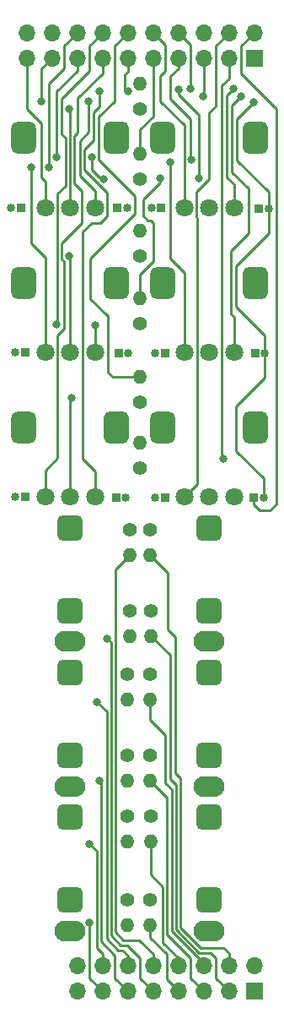
<source format=gtl>
%TF.GenerationSoftware,KiCad,Pcbnew,(6.0.1)*%
%TF.CreationDate,2022-11-01T09:03:49-04:00*%
%TF.ProjectId,ER-PROTO-02-CTLS,45522d50-524f-4544-9f2d-30322d43544c,1*%
%TF.SameCoordinates,Original*%
%TF.FileFunction,Copper,L1,Top*%
%TF.FilePolarity,Positive*%
%FSLAX46Y46*%
G04 Gerber Fmt 4.6, Leading zero omitted, Abs format (unit mm)*
G04 Created by KiCad (PCBNEW (6.0.1)) date 2022-11-01 09:03:49*
%MOMM*%
%LPD*%
G01*
G04 APERTURE LIST*
G04 Aperture macros list*
%AMRoundRect*
0 Rectangle with rounded corners*
0 $1 Rounding radius*
0 $2 $3 $4 $5 $6 $7 $8 $9 X,Y pos of 4 corners*
0 Add a 4 corners polygon primitive as box body*
4,1,4,$2,$3,$4,$5,$6,$7,$8,$9,$2,$3,0*
0 Add four circle primitives for the rounded corners*
1,1,$1+$1,$2,$3*
1,1,$1+$1,$4,$5*
1,1,$1+$1,$6,$7*
1,1,$1+$1,$8,$9*
0 Add four rect primitives between the rounded corners*
20,1,$1+$1,$2,$3,$4,$5,0*
20,1,$1+$1,$4,$5,$6,$7,0*
20,1,$1+$1,$6,$7,$8,$9,0*
20,1,$1+$1,$8,$9,$2,$3,0*%
G04 Aperture macros list end*
%TA.AperFunction,ComponentPad*%
%ADD10R,0.850000X0.850000*%
%TD*%
%TA.AperFunction,ComponentPad*%
%ADD11O,0.850000X0.850000*%
%TD*%
%TA.AperFunction,WasherPad*%
%ADD12RoundRect,0.625000X0.625000X-0.975000X0.625000X0.975000X-0.625000X0.975000X-0.625000X-0.975000X0*%
%TD*%
%TA.AperFunction,WasherPad*%
%ADD13RoundRect,0.578704X0.671296X-1.021296X0.671296X1.021296X-0.671296X1.021296X-0.671296X-1.021296X0*%
%TD*%
%TA.AperFunction,ComponentPad*%
%ADD14C,1.800000*%
%TD*%
%TA.AperFunction,ComponentPad*%
%ADD15C,1.400000*%
%TD*%
%TA.AperFunction,ComponentPad*%
%ADD16O,1.400000X1.400000*%
%TD*%
%TA.AperFunction,ComponentPad*%
%ADD17RoundRect,0.650000X-0.650000X-0.650000X0.650000X-0.650000X0.650000X0.650000X-0.650000X0.650000X0*%
%TD*%
%TA.AperFunction,ComponentPad*%
%ADD18O,3.100000X2.100000*%
%TD*%
%TA.AperFunction,ComponentPad*%
%ADD19R,1.700000X1.700000*%
%TD*%
%TA.AperFunction,ComponentPad*%
%ADD20O,1.700000X1.700000*%
%TD*%
%TA.AperFunction,ViaPad*%
%ADD21C,0.800000*%
%TD*%
%TA.AperFunction,Conductor*%
%ADD22C,0.250000*%
%TD*%
G04 APERTURE END LIST*
D10*
%TO.P,J20,1,Pin_1*%
%TO.N,/POT1-1*%
X110244001Y-29464000D03*
D11*
%TO.P,J20,2,Pin_2*%
%TO.N,VCC*%
X111244001Y-29464000D03*
%TD*%
D10*
%TO.P,J19,1,Pin_1*%
%TO.N,/POT3-1*%
X110371001Y-44069000D03*
D11*
%TO.P,J19,2,Pin_2*%
%TO.N,VCC*%
X111371001Y-44069000D03*
%TD*%
D10*
%TO.P,J18,1,Pin_1*%
%TO.N,/POT5-1*%
X110117001Y-58547000D03*
D11*
%TO.P,J18,2,Pin_2*%
%TO.N,VCC*%
X111117001Y-58547000D03*
%TD*%
D10*
%TO.P,J17,1,Pin_1*%
%TO.N,/POT2-1*%
X124468001Y-29591000D03*
D11*
%TO.P,J17,2,Pin_2*%
%TO.N,VCC*%
X125468001Y-29591000D03*
%TD*%
D10*
%TO.P,J16,1,Pin_1*%
%TO.N,/POT4-1*%
X124087001Y-44069000D03*
D11*
%TO.P,J16,2,Pin_2*%
%TO.N,VCC*%
X125087001Y-44069000D03*
%TD*%
D10*
%TO.P,J15,1,Pin_1*%
%TO.N,/POT6-1*%
X123960001Y-58547000D03*
D11*
%TO.P,J15,2,Pin_2*%
%TO.N,VCC*%
X124960001Y-58547000D03*
%TD*%
D12*
%TO.P,RV4,*%
%TO.N,*%
X114850000Y-37000000D03*
D13*
X124150000Y-37000000D03*
D14*
%TO.P,RV4,1,1*%
%TO.N,/POT4-1*%
X122000000Y-44000000D03*
%TO.P,RV4,2,2*%
%TO.N,Net-(R4-Pad1)*%
X119500000Y-44000000D03*
%TO.P,RV4,3,3*%
%TO.N,/POT4-3*%
X117000000Y-44000000D03*
%TD*%
D15*
%TO.P,R4,1*%
%TO.N,Net-(R4-Pad1)*%
X112522000Y-41098000D03*
D16*
%TO.P,R4,2*%
%TO.N,/POT4-2*%
X112522000Y-38558000D03*
%TD*%
D12*
%TO.P,RV2,*%
%TO.N,*%
X114850000Y-22500000D03*
D13*
X124150000Y-22500000D03*
D14*
%TO.P,RV2,1,1*%
%TO.N,/POT2-1*%
X122000000Y-29500000D03*
%TO.P,RV2,2,2*%
%TO.N,Net-(R2-Pad1)*%
X119500000Y-29500000D03*
%TO.P,RV2,3,3*%
%TO.N,/POT2-3*%
X117000000Y-29500000D03*
%TD*%
D10*
%TO.P,J13,1,Pin_1*%
%TO.N,/POT3-3*%
X101000001Y-43999988D03*
D11*
%TO.P,J13,2,Pin_2*%
%TO.N,GND*%
X100000001Y-43999988D03*
%TD*%
D13*
%TO.P,RV5,*%
%TO.N,*%
X110150000Y-51500000D03*
D12*
X100850000Y-51500000D03*
D14*
%TO.P,RV5,1,1*%
%TO.N,/POT5-1*%
X108000000Y-58500000D03*
%TO.P,RV5,2,2*%
%TO.N,Net-(R5-Pad1)*%
X105500000Y-58500000D03*
%TO.P,RV5,3,3*%
%TO.N,/POT5-3*%
X103000000Y-58500000D03*
%TD*%
D15*
%TO.P,R17,1*%
%TO.N,Net-(J6-PadT)*%
X113588000Y-90474000D03*
D16*
%TO.P,R17,2*%
%TO.N,/J6-T*%
X113588000Y-93014000D03*
%TD*%
D17*
%TO.P,J4,R*%
%TO.N,Net-(J4-PadR)*%
X119500000Y-84380000D03*
D18*
%TO.P,J4,S*%
%TO.N,GND*%
X119500000Y-87480000D03*
D17*
%TO.P,J4,T*%
%TO.N,Net-(J4-PadT)*%
X119500000Y-76080000D03*
%TD*%
%TO.P,J5,R*%
%TO.N,Net-(J5-PadR)*%
X105500000Y-98880000D03*
D18*
%TO.P,J5,S*%
%TO.N,GND*%
X105500000Y-101980000D03*
D17*
%TO.P,J5,T*%
%TO.N,Net-(J5-PadT)*%
X105500000Y-90580000D03*
%TD*%
D15*
%TO.P,R7,1*%
%TO.N,Net-(J5-PadT)*%
X111252000Y-90474000D03*
D16*
%TO.P,R7,2*%
%TO.N,/J5-T*%
X111252000Y-93014000D03*
%TD*%
D15*
%TO.P,R13,1*%
%TO.N,Net-(J2-PadT)*%
X113538000Y-61772000D03*
D16*
%TO.P,R13,2*%
%TO.N,/J2-T*%
X113538000Y-64312000D03*
%TD*%
D11*
%TO.P,J9,2,Pin_2*%
%TO.N,GND*%
X114053999Y-58547000D03*
D10*
%TO.P,J9,1,Pin_1*%
%TO.N,/POT6-3*%
X115053999Y-58547000D03*
%TD*%
D15*
%TO.P,R12,1*%
%TO.N,Net-(J1-PadR)*%
X111506000Y-69900000D03*
D16*
%TO.P,R12,2*%
%TO.N,/J1-R_N*%
X111506000Y-72440000D03*
%TD*%
D15*
%TO.P,R16,1*%
%TO.N,Net-(J4-PadR)*%
X113538000Y-84378000D03*
D16*
%TO.P,R16,2*%
%TO.N,/J4-R_N*%
X113538000Y-86918000D03*
%TD*%
D15*
%TO.P,R15,1*%
%TO.N,Net-(J4-PadT)*%
X113538000Y-76250000D03*
D16*
%TO.P,R15,2*%
%TO.N,/J4-T*%
X113538000Y-78790000D03*
%TD*%
D15*
%TO.P,R8,1*%
%TO.N,Net-(J5-PadR)*%
X111252000Y-98856000D03*
D16*
%TO.P,R8,2*%
%TO.N,/J5-R_N*%
X111252000Y-101396000D03*
%TD*%
D15*
%TO.P,R11,1*%
%TO.N,Net-(J1-PadT)*%
X111506000Y-61772000D03*
D16*
%TO.P,R11,2*%
%TO.N,/J1-T*%
X111506000Y-64312000D03*
%TD*%
D11*
%TO.P,J10,2,Pin_2*%
%TO.N,GND*%
X114053999Y-44069000D03*
D10*
%TO.P,J10,1,Pin_1*%
%TO.N,/POT4-3*%
X115053999Y-44069000D03*
%TD*%
%TO.P,J11,1,Pin_1*%
%TO.N,/POT2-3*%
X114672999Y-29499992D03*
D11*
%TO.P,J11,2,Pin_2*%
%TO.N,GND*%
X113672999Y-29499992D03*
%TD*%
D13*
%TO.P,RV6,*%
%TO.N,*%
X124150000Y-51500000D03*
D12*
X114850000Y-51500000D03*
D14*
%TO.P,RV6,1,1*%
%TO.N,/POT6-1*%
X122000000Y-58500000D03*
%TO.P,RV6,2,2*%
%TO.N,Net-(R6-Pad1)*%
X119500000Y-58500000D03*
%TO.P,RV6,3,3*%
%TO.N,/POT6-3*%
X117000000Y-58500000D03*
%TD*%
D15*
%TO.P,R9,1*%
%TO.N,Net-(J3-PadT)*%
X111252000Y-76250000D03*
D16*
%TO.P,R9,2*%
%TO.N,/J3-T*%
X111252000Y-78790000D03*
%TD*%
D15*
%TO.P,R6,1*%
%TO.N,Net-(R6-Pad1)*%
X112522000Y-55576000D03*
D16*
%TO.P,R6,2*%
%TO.N,/POT6-2*%
X112522000Y-53036000D03*
%TD*%
D15*
%TO.P,R5,1*%
%TO.N,Net-(R5-Pad1)*%
X112522000Y-48972000D03*
D16*
%TO.P,R5,2*%
%TO.N,/POT5-2*%
X112522000Y-46432000D03*
%TD*%
D17*
%TO.P,J1,R*%
%TO.N,Net-(J1-PadR)*%
X105500000Y-69880000D03*
D18*
%TO.P,J1,S*%
%TO.N,GND*%
X105500000Y-72980000D03*
D17*
%TO.P,J1,T*%
%TO.N,Net-(J1-PadT)*%
X105500000Y-61580000D03*
%TD*%
D15*
%TO.P,R3,1*%
%TO.N,Net-(R3-Pad1)*%
X112522000Y-34304000D03*
D16*
%TO.P,R3,2*%
%TO.N,/POT3-2*%
X112522000Y-31764000D03*
%TD*%
D15*
%TO.P,R18,1*%
%TO.N,Net-(J6-PadR)*%
X113538000Y-98856000D03*
D16*
%TO.P,R18,2*%
%TO.N,/J6-R_N*%
X113538000Y-101396000D03*
%TD*%
D17*
%TO.P,J3,R*%
%TO.N,Net-(J3-PadR)*%
X105500000Y-84380000D03*
D18*
%TO.P,J3,S*%
%TO.N,GND*%
X105500000Y-87480000D03*
D17*
%TO.P,J3,T*%
%TO.N,Net-(J3-PadT)*%
X105500000Y-76080000D03*
%TD*%
%TO.P,J6,R*%
%TO.N,Net-(J6-PadR)*%
X119500000Y-98880000D03*
D18*
%TO.P,J6,S*%
%TO.N,GND*%
X119500000Y-101980000D03*
D17*
%TO.P,J6,T*%
%TO.N,Net-(J6-PadT)*%
X119500000Y-90580000D03*
%TD*%
D13*
%TO.P,RV1,*%
%TO.N,*%
X110150000Y-22500000D03*
D12*
X100850000Y-22500000D03*
D14*
%TO.P,RV1,1,1*%
%TO.N,/POT1-1*%
X108000000Y-29500000D03*
%TO.P,RV1,2,2*%
%TO.N,Net-(R1-Pad1)*%
X105500000Y-29500000D03*
%TO.P,RV1,3,3*%
%TO.N,/POT1-3*%
X103000000Y-29500000D03*
%TD*%
D15*
%TO.P,R1,1*%
%TO.N,Net-(R1-Pad1)*%
X112522000Y-19572000D03*
D16*
%TO.P,R1,2*%
%TO.N,/POT1-2*%
X112522000Y-17032000D03*
%TD*%
D10*
%TO.P,J14,1,Pin_1*%
%TO.N,/POT1-3*%
X100575999Y-29499992D03*
D11*
%TO.P,J14,2,Pin_2*%
%TO.N,GND*%
X99575999Y-29499992D03*
%TD*%
D15*
%TO.P,R14,1*%
%TO.N,Net-(J2-PadR)*%
X113588000Y-69850000D03*
D16*
%TO.P,R14,2*%
%TO.N,/J2-R_N*%
X113588000Y-72390000D03*
%TD*%
D13*
%TO.P,RV3,*%
%TO.N,*%
X110150000Y-37000000D03*
D12*
X100850000Y-37000000D03*
D14*
%TO.P,RV3,1,1*%
%TO.N,/POT3-1*%
X108000000Y-44000000D03*
%TO.P,RV3,2,2*%
%TO.N,Net-(R3-Pad1)*%
X105500000Y-44000000D03*
%TO.P,RV3,3,3*%
%TO.N,/POT3-3*%
X103000000Y-44000000D03*
%TD*%
D15*
%TO.P,R2,1*%
%TO.N,Net-(R2-Pad1)*%
X112522000Y-26620000D03*
D16*
%TO.P,R2,2*%
%TO.N,/POT2-2*%
X112522000Y-24080000D03*
%TD*%
D17*
%TO.P,J2,R*%
%TO.N,Net-(J2-PadR)*%
X119500000Y-69880000D03*
D18*
%TO.P,J2,S*%
%TO.N,GND*%
X119500000Y-72980000D03*
D17*
%TO.P,J2,T*%
%TO.N,Net-(J2-PadT)*%
X119500000Y-61580000D03*
%TD*%
D10*
%TO.P,J12,1,Pin_1*%
%TO.N,/POT5-3*%
X101000001Y-58500010D03*
D11*
%TO.P,J12,2,Pin_2*%
%TO.N,GND*%
X100000001Y-58500010D03*
%TD*%
D15*
%TO.P,R10,1*%
%TO.N,Net-(J3-PadR)*%
X111252000Y-84378000D03*
D16*
%TO.P,R10,2*%
%TO.N,/J3-R_N*%
X111252000Y-86918000D03*
%TD*%
D19*
%TO.P,J8,1,Pin_1*%
%TO.N,VCC*%
X124000000Y-14500000D03*
D20*
%TO.P,J8,2,Pin_2*%
%TO.N,/POT6-1*%
X124000000Y-11960000D03*
%TO.P,J8,3,Pin_3*%
%TO.N,/POT6-2*%
X121460000Y-14500000D03*
%TO.P,J8,4,Pin_4*%
%TO.N,/POT6-3*%
X121460000Y-11960000D03*
%TO.P,J8,5,Pin_5*%
%TO.N,/POT4-1*%
X118920000Y-14500000D03*
%TO.P,J8,6,Pin_6*%
%TO.N,/POT4-2*%
X118920000Y-11960000D03*
%TO.P,J8,7,Pin_7*%
%TO.N,/POT4-3*%
X116380000Y-14500000D03*
%TO.P,J8,8,Pin_8*%
%TO.N,/POT2-1*%
X116380000Y-11960000D03*
%TO.P,J8,9,Pin_9*%
%TO.N,/POT2-2*%
X113840000Y-14500000D03*
%TO.P,J8,10,Pin_10*%
%TO.N,/POT2-3*%
X113840000Y-11960000D03*
%TO.P,J8,11,Pin_11*%
%TO.N,/POT5-1*%
X111300000Y-14500000D03*
%TO.P,J8,12,Pin_12*%
%TO.N,/POT5-2*%
X111300000Y-11960000D03*
%TO.P,J8,13,Pin_13*%
%TO.N,/POT5-3*%
X108760000Y-14500000D03*
%TO.P,J8,14,Pin_14*%
%TO.N,/POT3-1*%
X108760000Y-11960000D03*
%TO.P,J8,15,Pin_15*%
%TO.N,/POT3-2*%
X106220000Y-14500000D03*
%TO.P,J8,16,Pin_16*%
%TO.N,/POT3-3*%
X106220000Y-11960000D03*
%TO.P,J8,17,Pin_17*%
%TO.N,/POT1-1*%
X103680000Y-14500000D03*
%TO.P,J8,18,Pin_18*%
%TO.N,/POT1-2*%
X103680000Y-11960000D03*
%TO.P,J8,19,Pin_19*%
%TO.N,/POT1-3*%
X101140000Y-14500000D03*
%TO.P,J8,20,Pin_20*%
%TO.N,GND*%
X101140000Y-11960000D03*
%TD*%
D19*
%TO.P,J7,1,Pin_1*%
%TO.N,GND*%
X124000000Y-108000000D03*
D20*
%TO.P,J7,2,Pin_2*%
X124000000Y-105460000D03*
%TO.P,J7,3,Pin_3*%
%TO.N,/J2-R_N*%
X121460000Y-108000000D03*
%TO.P,J7,4,Pin_4*%
%TO.N,/J2-T*%
X121460000Y-105460000D03*
%TO.P,J7,5,Pin_5*%
%TO.N,/J4-R_N*%
X118920000Y-108000000D03*
%TO.P,J7,6,Pin_6*%
%TO.N,/J4-T*%
X118920000Y-105460000D03*
%TO.P,J7,7,Pin_7*%
%TO.N,/J6-R_N*%
X116380000Y-108000000D03*
%TO.P,J7,8,Pin_8*%
%TO.N,/J6-T*%
X116380000Y-105460000D03*
%TO.P,J7,9,Pin_9*%
%TO.N,/J1-R_N*%
X113840000Y-108000000D03*
%TO.P,J7,10,Pin_10*%
%TO.N,/J1-T*%
X113840000Y-105460000D03*
%TO.P,J7,11,Pin_11*%
%TO.N,/J3-R_N*%
X111300000Y-108000000D03*
%TO.P,J7,12,Pin_12*%
%TO.N,/J3-T*%
X111300000Y-105460000D03*
%TO.P,J7,13,Pin_13*%
%TO.N,/J5-R_N*%
X108760000Y-108000000D03*
%TO.P,J7,14,Pin_14*%
%TO.N,/J5-T*%
X108760000Y-105460000D03*
%TO.P,J7,15,Pin_15*%
%TO.N,GND*%
X106220000Y-108000000D03*
%TO.P,J7,16,Pin_16*%
X106220000Y-105460000D03*
%TD*%
D21*
%TO.N,/POT3-2*%
X108874799Y-26634201D03*
%TO.N,/POT4-2*%
X116459000Y-17653000D03*
X118491000Y-26543000D03*
X114554000Y-26543000D03*
%TO.N,VCC*%
X123952000Y-18923000D03*
%TO.N,/POT6-2*%
X120904000Y-54674000D03*
%TO.N,/POT4-1*%
X118872000Y-18352000D03*
X122724500Y-18352000D03*
%TO.N,/POT4-3*%
X117724500Y-24702000D03*
X115570000Y-24956000D03*
%TO.N,/POT2-1*%
X121920000Y-17590000D03*
X117602000Y-17590000D03*
%TO.N,/POT5-1*%
X111300000Y-17796000D03*
X108458000Y-17844000D03*
%TO.N,/POT3-1*%
X104140000Y-41212000D03*
X108000000Y-41262000D03*
%TO.N,/POT3-2*%
X104140000Y-24448000D03*
X107663879Y-24448000D03*
%TO.N,/POT3-3*%
X101600000Y-25464000D03*
X103378000Y-25464000D03*
%TO.N,Net-(R1-Pad1)*%
X105410000Y-19622000D03*
%TO.N,Net-(R3-Pad1)*%
X105410000Y-34354000D03*
%TO.N,Net-(R5-Pad1)*%
X105664000Y-48578000D03*
%TO.N,/POT1-1*%
X102653500Y-18860000D03*
X107394020Y-18847500D03*
%TO.N,/J3-T*%
X108204000Y-78994000D03*
%TO.N,/J1-R_N*%
X109220000Y-72644000D03*
%TO.N,/J3-R_N*%
X108458000Y-86868000D03*
%TO.N,/J5-R_N*%
X107442000Y-101092000D03*
%TO.N,/J5-T*%
X107442000Y-93218000D03*
%TD*%
D22*
%TO.N,/J2-T*%
X115291000Y-66065000D02*
X113538000Y-64312000D01*
X115291000Y-71730000D02*
X115291000Y-66065000D01*
X116078000Y-72517000D02*
X115291000Y-71730000D01*
X116078000Y-86106000D02*
X116078000Y-72517000D01*
X116606080Y-86634080D02*
X116078000Y-86106000D01*
X116606080Y-101618644D02*
X116606080Y-86634080D01*
X118619436Y-103632000D02*
X116606080Y-101618644D01*
X120904000Y-103632000D02*
X118619436Y-103632000D01*
X121460000Y-104188000D02*
X120904000Y-103632000D01*
X121460000Y-105460000D02*
X121460000Y-104188000D01*
%TO.N,/J2-R_N*%
X115531500Y-74333500D02*
X113588000Y-72390000D01*
X115531500Y-86702500D02*
X115531500Y-74333500D01*
X118491718Y-104140000D02*
X116156560Y-101804842D01*
X119634000Y-104140000D02*
X118491718Y-104140000D01*
X116126440Y-87297440D02*
X115531500Y-86702500D01*
X120142000Y-104648000D02*
X119634000Y-104140000D01*
X116156560Y-87297440D02*
X116126440Y-87297440D01*
X120142000Y-106682000D02*
X120142000Y-104648000D01*
X121460000Y-108000000D02*
X120142000Y-106682000D01*
X116156560Y-101804842D02*
X116156560Y-87297440D01*
%TO.N,/J4-T*%
X113538000Y-80772000D02*
X113538000Y-78790000D01*
X115062000Y-87122000D02*
X115062000Y-82296000D01*
X115062000Y-82296000D02*
X113538000Y-80772000D01*
X115707040Y-87767040D02*
X115062000Y-87122000D01*
X118920000Y-105204000D02*
X115707040Y-101991040D01*
X115707040Y-101991040D02*
X115707040Y-87767040D01*
%TO.N,/J3-T*%
X109182511Y-102705511D02*
X109182511Y-79972511D01*
X109182511Y-79972511D02*
X108204000Y-78994000D01*
X110744000Y-103886000D02*
X110363000Y-103886000D01*
X111300000Y-105460000D02*
X111300000Y-104442000D01*
X111300000Y-104442000D02*
X110744000Y-103886000D01*
X110363000Y-103886000D02*
X109182511Y-102705511D01*
%TO.N,/J1-R_N*%
X110617000Y-103378000D02*
X109632031Y-102393031D01*
X109632031Y-102393031D02*
X109632031Y-73056031D01*
X109632031Y-73056031D02*
X109220000Y-72644000D01*
X111252000Y-103378000D02*
X110617000Y-103378000D01*
X112522000Y-104648000D02*
X111252000Y-103378000D01*
X112522000Y-106682000D02*
X112522000Y-104648000D01*
X113840000Y-108000000D02*
X112522000Y-106682000D01*
%TO.N,/J1-T*%
X110081551Y-65736449D02*
X111506000Y-64312000D01*
X110081551Y-102080551D02*
X110081551Y-65736449D01*
X110871000Y-102870000D02*
X110081551Y-102080551D01*
X112452081Y-102870000D02*
X110871000Y-102870000D01*
X113840000Y-105460000D02*
X113840000Y-104257919D01*
X113840000Y-104257919D02*
X112452081Y-102870000D01*
%TO.N,/POT3-2*%
X107663879Y-25685879D02*
X108612201Y-26634201D01*
X108874799Y-26634201D02*
X108612201Y-26634201D01*
%TO.N,/POT4-2*%
X112522000Y-36195000D02*
X112522000Y-38558000D01*
X113919000Y-34798000D02*
X112522000Y-36195000D01*
X113665000Y-30734000D02*
X113919000Y-30988000D01*
X113919000Y-30988000D02*
X113919000Y-34798000D01*
X113284000Y-30734000D02*
X113665000Y-30734000D01*
X112844520Y-30294520D02*
X113284000Y-30734000D01*
X114554000Y-26924000D02*
X112844520Y-28633480D01*
X112844520Y-28633480D02*
X112844520Y-30294520D01*
X114554000Y-26543000D02*
X114554000Y-26924000D01*
%TO.N,/POT5-2*%
X109347000Y-40259000D02*
X109347000Y-45974000D01*
X107569000Y-38608000D02*
X109220000Y-40259000D01*
X108388390Y-24695390D02*
X111993512Y-28300512D01*
X111993512Y-28300512D02*
X111993512Y-30119488D01*
X108388390Y-20389610D02*
X108388390Y-24695390D01*
X109220000Y-40259000D02*
X109347000Y-40259000D01*
X111993512Y-30119488D02*
X107569000Y-34544000D01*
X109805000Y-46432000D02*
X112522000Y-46432000D01*
X109982000Y-18796000D02*
X108388390Y-20389610D01*
X109982000Y-13278000D02*
X109982000Y-18796000D01*
X111300000Y-11960000D02*
X109982000Y-13278000D01*
X107569000Y-34544000D02*
X107569000Y-38608000D01*
X109347000Y-45974000D02*
X109805000Y-46432000D01*
%TO.N,/POT5-1*%
X108000000Y-55894000D02*
X108000000Y-58500000D01*
X106775489Y-31908511D02*
X106775489Y-54669489D01*
X107696000Y-30988000D02*
X106775489Y-31908511D01*
X108585000Y-30988000D02*
X107696000Y-30988000D01*
X109224511Y-28008511D02*
X109224511Y-30348489D01*
X106939379Y-25723379D02*
X109224511Y-28008511D01*
X106939379Y-23627379D02*
X106939379Y-25723379D01*
X107855718Y-22711040D02*
X106939379Y-23627379D01*
X109224511Y-30348489D02*
X108585000Y-30988000D01*
X108458000Y-19369436D02*
X107855718Y-19971718D01*
X107855718Y-19971718D02*
X107855718Y-22711040D01*
X108458000Y-17844000D02*
X108458000Y-19369436D01*
X106775489Y-54669489D02*
X108000000Y-55894000D01*
%TO.N,/POT3-1*%
X104224511Y-41127489D02*
X104140000Y-41212000D01*
X105050480Y-22500480D02*
X105050480Y-27262542D01*
X104648000Y-22098000D02*
X105050480Y-22500480D01*
X104648000Y-18606000D02*
X104648000Y-22098000D01*
X107442000Y-15812000D02*
X104648000Y-18606000D01*
X105050480Y-27262542D02*
X104224511Y-28088511D01*
X107442000Y-13278000D02*
X107442000Y-15812000D01*
X108760000Y-11960000D02*
X107442000Y-13278000D01*
X104224511Y-28088511D02*
X104224511Y-41127489D01*
%TO.N,/POT5-3*%
X106299000Y-21971000D02*
X105949520Y-22320480D01*
X106299000Y-18479000D02*
X106299000Y-21971000D01*
X105949520Y-22320480D02*
X105949520Y-27019520D01*
%TO.N,/POT1-1*%
X107394020Y-21892698D02*
X106489859Y-22796859D01*
X107394020Y-18847500D02*
X107394020Y-21892698D01*
X106489859Y-22796859D02*
X106489859Y-26289859D01*
%TO.N,/POT6-3*%
X119507000Y-19939000D02*
X120142000Y-19304000D01*
X120142000Y-19304000D02*
X120142000Y-13278000D01*
X118224511Y-27889489D02*
X119507000Y-26607000D01*
X119507000Y-26607000D02*
X119507000Y-19939000D01*
X118224511Y-30429489D02*
X118224511Y-27889489D01*
X118275489Y-30480467D02*
X118224511Y-30429489D01*
X118275489Y-57224511D02*
X118275489Y-30480467D01*
X120142000Y-13278000D02*
X121460000Y-11960000D01*
X117000000Y-58500000D02*
X118275489Y-57224511D01*
%TO.N,/POT2-3*%
X115062000Y-13182000D02*
X113840000Y-11960000D01*
X114554000Y-18796000D02*
X114554000Y-16320000D01*
X117000000Y-21242000D02*
X114554000Y-18796000D01*
X114554000Y-16320000D02*
X115062000Y-15812000D01*
X115062000Y-15812000D02*
X115062000Y-13182000D01*
X117000000Y-29500000D02*
X117000000Y-21242000D01*
%TO.N,/POT4-2*%
X116459000Y-18161000D02*
X116459000Y-17653000D01*
X116459000Y-18161000D02*
X118491000Y-20193000D01*
X118491000Y-26543000D02*
X118491000Y-20193000D01*
%TO.N,/POT6-1*%
X122682000Y-13278000D02*
X124000000Y-11960000D01*
X126238000Y-19622000D02*
X122682000Y-16066000D01*
X124587000Y-59817000D02*
X125603000Y-59817000D01*
X125603000Y-59817000D02*
X126238000Y-59182000D01*
X123960000Y-59190000D02*
X124587000Y-59817000D01*
X126238000Y-59182000D02*
X126238000Y-19622000D01*
X123960000Y-58547000D02*
X123960000Y-59190000D01*
X122682000Y-16066000D02*
X122682000Y-13278000D01*
%TO.N,VCC*%
X122174000Y-53848000D02*
X124960000Y-56634000D01*
X124960000Y-58547000D02*
X124960000Y-56634000D01*
%TO.N,/POT4-1*%
X121793000Y-19283500D02*
X122724500Y-18352000D01*
X121793000Y-25908000D02*
X121793000Y-19283500D01*
X123444000Y-27559000D02*
X121793000Y-25908000D01*
X123444000Y-32068000D02*
X123444000Y-27559000D01*
X121666000Y-33846000D02*
X123444000Y-32068000D01*
X121666000Y-40132000D02*
X121666000Y-33846000D01*
X122000000Y-44000000D02*
X122000000Y-40466000D01*
X122000000Y-40466000D02*
X121666000Y-40132000D01*
%TO.N,VCC*%
X122174000Y-39370000D02*
X122174000Y-35306000D01*
X122174000Y-35306000D02*
X125468000Y-32012000D01*
X125468000Y-32012000D02*
X125468000Y-29591000D01*
X125087000Y-42283000D02*
X122174000Y-39370000D01*
X125087000Y-44069000D02*
X125087000Y-42283000D01*
X122301000Y-20574000D02*
X123952000Y-18923000D01*
X122301000Y-24765000D02*
X122301000Y-20574000D01*
X125468000Y-27932000D02*
X122301000Y-24765000D01*
X125468000Y-29591000D02*
X125468000Y-27932000D01*
%TO.N,/POT2-1*%
X121285000Y-18225000D02*
X121920000Y-17590000D01*
X121285000Y-26416000D02*
X121285000Y-18225000D01*
X122000000Y-27131000D02*
X121285000Y-26416000D01*
X122000000Y-29500000D02*
X122000000Y-27131000D01*
%TO.N,VCC*%
X122174000Y-49403000D02*
X125087000Y-46490000D01*
X122174000Y-53848000D02*
X122174000Y-49403000D01*
X125087000Y-46490000D02*
X125087000Y-44069000D01*
%TO.N,/POT4-3*%
X115570000Y-24956000D02*
X115570000Y-34608000D01*
%TO.N,/POT6-2*%
X120724511Y-17261489D02*
X120724511Y-54494511D01*
X120775489Y-17210511D02*
X120724511Y-17261489D01*
X121460000Y-14500000D02*
X121460000Y-16526000D01*
X120724511Y-54494511D02*
X120904000Y-54674000D01*
X120775489Y-17210511D02*
X121460000Y-16526000D01*
%TO.N,/POT4-1*%
X118872000Y-18352000D02*
X118920000Y-18304000D01*
X118920000Y-18304000D02*
X118920000Y-14500000D01*
%TO.N,/POT4-3*%
X115570000Y-16320000D02*
X115570000Y-18606000D01*
X116380000Y-14500000D02*
X116380000Y-15510000D01*
X115570000Y-34608000D02*
X117000000Y-36038000D01*
X117602000Y-20638000D02*
X117602000Y-24579500D01*
X116380000Y-15510000D02*
X115570000Y-16320000D01*
X117000000Y-36038000D02*
X117000000Y-44000000D01*
X117602000Y-24579500D02*
X117724500Y-24702000D01*
X115570000Y-18606000D02*
X117602000Y-20638000D01*
%TO.N,/POT2-1*%
X117602000Y-13182000D02*
X116380000Y-11960000D01*
X117602000Y-17590000D02*
X117602000Y-13182000D01*
%TO.N,/POT2-2*%
X113840000Y-20336000D02*
X113840000Y-14500000D01*
X112522000Y-21654000D02*
X112522000Y-24080000D01*
X112522000Y-21654000D02*
X113840000Y-20336000D01*
%TO.N,/POT5-1*%
X111204000Y-17796000D02*
X110998000Y-17590000D01*
X110998000Y-17590000D02*
X110998000Y-16162000D01*
X110998000Y-16162000D02*
X111300000Y-15860000D01*
X111300000Y-17796000D02*
X111204000Y-17796000D01*
X111300000Y-14500000D02*
X111300000Y-15860000D01*
%TO.N,/POT5-3*%
X105949520Y-27019520D02*
X106724511Y-27794511D01*
X104224511Y-42291969D02*
X104224511Y-54589489D01*
X103000000Y-55814000D02*
X103000000Y-58500000D01*
X104224511Y-54589489D02*
X103000000Y-55814000D01*
X106724511Y-31007489D02*
X104685489Y-33046511D01*
X104685489Y-33046511D02*
X104685489Y-34654103D01*
X104685489Y-34654103D02*
X104902000Y-34870614D01*
X106724511Y-27794511D02*
X106724511Y-31007489D01*
X108760000Y-16018000D02*
X106299000Y-18479000D01*
X104902000Y-34870614D02*
X104902000Y-41614480D01*
X104902000Y-41614480D02*
X104224511Y-42291969D01*
X108760000Y-14500000D02*
X108760000Y-16018000D01*
%TO.N,/POT3-1*%
X108000000Y-41262000D02*
X108000000Y-44000000D01*
%TO.N,/POT3-2*%
X107663879Y-24448000D02*
X107663879Y-25685879D01*
X106220000Y-15764000D02*
X104140000Y-17844000D01*
X104140000Y-17844000D02*
X104140000Y-24448000D01*
X106220000Y-14500000D02*
X106220000Y-15764000D01*
%TO.N,/POT3-3*%
X104902000Y-15558000D02*
X104902000Y-13278000D01*
X103000000Y-34484000D02*
X101600000Y-33084000D01*
X101600000Y-33084000D02*
X101600000Y-25464000D01*
X103378000Y-25464000D02*
X103378000Y-17082000D01*
X103000000Y-44000000D02*
X103000000Y-34484000D01*
X104902000Y-13278000D02*
X106220000Y-11960000D01*
X103378000Y-17082000D02*
X104902000Y-15558000D01*
%TO.N,Net-(R1-Pad1)*%
X105500000Y-29500000D02*
X105500000Y-19712000D01*
X105500000Y-19712000D02*
X105410000Y-19622000D01*
%TO.N,Net-(R3-Pad1)*%
X105500000Y-34444000D02*
X105410000Y-34354000D01*
X105500000Y-44000000D02*
X105500000Y-34444000D01*
%TO.N,Net-(R5-Pad1)*%
X105664000Y-48578000D02*
X105500000Y-48742000D01*
X105500000Y-48742000D02*
X105500000Y-58500000D01*
%TO.N,/POT1-1*%
X102653500Y-15526500D02*
X102653500Y-18860000D01*
X106489859Y-26289859D02*
X108000000Y-27800000D01*
X103680000Y-14500000D02*
X102653500Y-15526500D01*
X108000000Y-27800000D02*
X108000000Y-29500000D01*
%TO.N,/POT1-3*%
X103000000Y-26864000D02*
X102616000Y-26480000D01*
X101140000Y-19574000D02*
X101140000Y-14500000D01*
X102616000Y-21050000D02*
X101140000Y-19574000D01*
X102616000Y-26480000D02*
X102616000Y-21050000D01*
X103000000Y-29500000D02*
X103000000Y-26864000D01*
%TO.N,/J3-R_N*%
X108616031Y-103028031D02*
X109982000Y-104394000D01*
X108616031Y-103028031D02*
X108616031Y-87026031D01*
X108616031Y-87026031D02*
X108458000Y-86868000D01*
X109982000Y-106682000D02*
X111300000Y-108000000D01*
X109982000Y-106682000D02*
X109982000Y-104394000D01*
%TO.N,/J4-R_N*%
X117602000Y-104648000D02*
X115257520Y-102303520D01*
X117602000Y-106682000D02*
X117602000Y-104648000D01*
X115257520Y-88637520D02*
X113538000Y-86918000D01*
X115257520Y-102303520D02*
X115257520Y-88637520D01*
X118920000Y-108000000D02*
X117602000Y-106682000D01*
%TO.N,/J5-R_N*%
X107442000Y-101092000D02*
X107442000Y-106682000D01*
X108760000Y-108000000D02*
X107442000Y-106682000D01*
%TO.N,/J6-R_N*%
X115205489Y-106825489D02*
X115205489Y-104283489D01*
X115205489Y-104283489D02*
X113538000Y-102616000D01*
X116380000Y-108000000D02*
X115205489Y-106825489D01*
X113538000Y-102616000D02*
X113538000Y-101396000D01*
%TO.N,/J6-T*%
X116380000Y-105460000D02*
X116380000Y-104696000D01*
X113588000Y-96316000D02*
X114808000Y-97536000D01*
X113588000Y-93014000D02*
X113588000Y-96316000D01*
X114808000Y-103124000D02*
X114808000Y-97536000D01*
X116380000Y-104696000D02*
X114808000Y-103124000D01*
%TO.N,/J5-T*%
X108166511Y-103669489D02*
X108166511Y-93942511D01*
X108760000Y-104262978D02*
X108166511Y-103669489D01*
X108760000Y-105460000D02*
X108760000Y-104262978D01*
X108166511Y-93942511D02*
X107442000Y-93218000D01*
%TD*%
M02*

</source>
